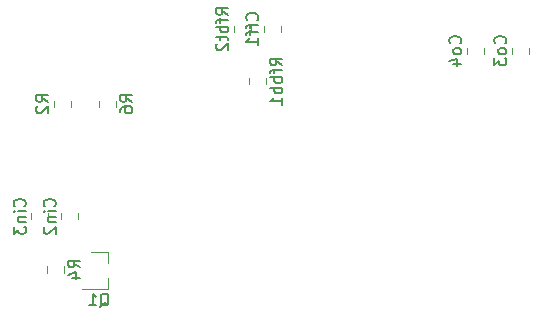
<source format=gbr>
G04 #@! TF.GenerationSoftware,KiCad,Pcbnew,5.1.4-e60b266~84~ubuntu18.04.1*
G04 #@! TF.CreationDate,2019-10-29T18:19:43-03:00*
G04 #@! TF.ProjectId,fonte_18V,666f6e74-655f-4313-9856-2e6b69636164,rev?*
G04 #@! TF.SameCoordinates,Original*
G04 #@! TF.FileFunction,Legend,Bot*
G04 #@! TF.FilePolarity,Positive*
%FSLAX46Y46*%
G04 Gerber Fmt 4.6, Leading zero omitted, Abs format (unit mm)*
G04 Created by KiCad (PCBNEW 5.1.4-e60b266~84~ubuntu18.04.1) date 2019-10-29 18:19:43*
%MOMM*%
%LPD*%
G04 APERTURE LIST*
%ADD10C,0.120000*%
%ADD11C,0.150000*%
G04 APERTURE END LIST*
D10*
X111090000Y-180011252D02*
X111090000Y-179488748D01*
X112510000Y-180011252D02*
X112510000Y-179488748D01*
X128345000Y-159123748D02*
X128345000Y-159646252D01*
X126925000Y-159123748D02*
X126925000Y-159646252D01*
X128195000Y-164091252D02*
X128195000Y-163568748D01*
X129615000Y-164091252D02*
X129615000Y-163568748D01*
X115495000Y-165996252D02*
X115495000Y-165473748D01*
X116915000Y-165996252D02*
X116915000Y-165473748D01*
X113105000Y-165473748D02*
X113105000Y-165996252D01*
X111685000Y-165473748D02*
X111685000Y-165996252D01*
X116260000Y-178270000D02*
X114800000Y-178270000D01*
X116260000Y-181430000D02*
X114100000Y-181430000D01*
X116260000Y-181430000D02*
X116260000Y-180500000D01*
X116260000Y-178270000D02*
X116260000Y-179200000D01*
X148075000Y-160978748D02*
X148075000Y-161501252D01*
X146655000Y-160978748D02*
X146655000Y-161501252D01*
X151885000Y-160978748D02*
X151885000Y-161501252D01*
X150465000Y-160978748D02*
X150465000Y-161501252D01*
X111200000Y-174998748D02*
X111200000Y-175521252D01*
X109780000Y-174998748D02*
X109780000Y-175521252D01*
X113740000Y-174998748D02*
X113740000Y-175521252D01*
X112320000Y-174998748D02*
X112320000Y-175521252D01*
X130885000Y-159123748D02*
X130885000Y-159646252D01*
X129465000Y-159123748D02*
X129465000Y-159646252D01*
D11*
X113902380Y-179583333D02*
X113426190Y-179250000D01*
X113902380Y-179011904D02*
X112902380Y-179011904D01*
X112902380Y-179392857D01*
X112950000Y-179488095D01*
X112997619Y-179535714D01*
X113092857Y-179583333D01*
X113235714Y-179583333D01*
X113330952Y-179535714D01*
X113378571Y-179488095D01*
X113426190Y-179392857D01*
X113426190Y-179011904D01*
X113235714Y-180440476D02*
X113902380Y-180440476D01*
X112854761Y-180202380D02*
X113569047Y-179964285D01*
X113569047Y-180583333D01*
X126437380Y-158194523D02*
X125961190Y-157861190D01*
X126437380Y-157623095D02*
X125437380Y-157623095D01*
X125437380Y-158004047D01*
X125485000Y-158099285D01*
X125532619Y-158146904D01*
X125627857Y-158194523D01*
X125770714Y-158194523D01*
X125865952Y-158146904D01*
X125913571Y-158099285D01*
X125961190Y-158004047D01*
X125961190Y-157623095D01*
X125770714Y-158480238D02*
X125770714Y-158861190D01*
X126437380Y-158623095D02*
X125580238Y-158623095D01*
X125485000Y-158670714D01*
X125437380Y-158765952D01*
X125437380Y-158861190D01*
X126437380Y-159194523D02*
X125437380Y-159194523D01*
X125818333Y-159194523D02*
X125770714Y-159289761D01*
X125770714Y-159480238D01*
X125818333Y-159575476D01*
X125865952Y-159623095D01*
X125961190Y-159670714D01*
X126246904Y-159670714D01*
X126342142Y-159623095D01*
X126389761Y-159575476D01*
X126437380Y-159480238D01*
X126437380Y-159289761D01*
X126389761Y-159194523D01*
X125770714Y-159956428D02*
X125770714Y-160337380D01*
X125437380Y-160099285D02*
X126294523Y-160099285D01*
X126389761Y-160146904D01*
X126437380Y-160242142D01*
X126437380Y-160337380D01*
X125532619Y-160623095D02*
X125485000Y-160670714D01*
X125437380Y-160765952D01*
X125437380Y-161004047D01*
X125485000Y-161099285D01*
X125532619Y-161146904D01*
X125627857Y-161194523D01*
X125723095Y-161194523D01*
X125865952Y-161146904D01*
X126437380Y-160575476D01*
X126437380Y-161194523D01*
X131007380Y-162472857D02*
X130531190Y-162139523D01*
X131007380Y-161901428D02*
X130007380Y-161901428D01*
X130007380Y-162282380D01*
X130055000Y-162377619D01*
X130102619Y-162425238D01*
X130197857Y-162472857D01*
X130340714Y-162472857D01*
X130435952Y-162425238D01*
X130483571Y-162377619D01*
X130531190Y-162282380D01*
X130531190Y-161901428D01*
X130340714Y-162758571D02*
X130340714Y-163139523D01*
X131007380Y-162901428D02*
X130150238Y-162901428D01*
X130055000Y-162949047D01*
X130007380Y-163044285D01*
X130007380Y-163139523D01*
X131007380Y-163472857D02*
X130007380Y-163472857D01*
X130388333Y-163472857D02*
X130340714Y-163568095D01*
X130340714Y-163758571D01*
X130388333Y-163853809D01*
X130435952Y-163901428D01*
X130531190Y-163949047D01*
X130816904Y-163949047D01*
X130912142Y-163901428D01*
X130959761Y-163853809D01*
X131007380Y-163758571D01*
X131007380Y-163568095D01*
X130959761Y-163472857D01*
X131007380Y-164377619D02*
X130007380Y-164377619D01*
X130388333Y-164377619D02*
X130340714Y-164472857D01*
X130340714Y-164663333D01*
X130388333Y-164758571D01*
X130435952Y-164806190D01*
X130531190Y-164853809D01*
X130816904Y-164853809D01*
X130912142Y-164806190D01*
X130959761Y-164758571D01*
X131007380Y-164663333D01*
X131007380Y-164472857D01*
X130959761Y-164377619D01*
X131007380Y-165806190D02*
X131007380Y-165234761D01*
X131007380Y-165520476D02*
X130007380Y-165520476D01*
X130150238Y-165425238D01*
X130245476Y-165330000D01*
X130293095Y-165234761D01*
X118307380Y-165568333D02*
X117831190Y-165235000D01*
X118307380Y-164996904D02*
X117307380Y-164996904D01*
X117307380Y-165377857D01*
X117355000Y-165473095D01*
X117402619Y-165520714D01*
X117497857Y-165568333D01*
X117640714Y-165568333D01*
X117735952Y-165520714D01*
X117783571Y-165473095D01*
X117831190Y-165377857D01*
X117831190Y-164996904D01*
X117307380Y-166425476D02*
X117307380Y-166235000D01*
X117355000Y-166139761D01*
X117402619Y-166092142D01*
X117545476Y-165996904D01*
X117735952Y-165949285D01*
X118116904Y-165949285D01*
X118212142Y-165996904D01*
X118259761Y-166044523D01*
X118307380Y-166139761D01*
X118307380Y-166330238D01*
X118259761Y-166425476D01*
X118212142Y-166473095D01*
X118116904Y-166520714D01*
X117878809Y-166520714D01*
X117783571Y-166473095D01*
X117735952Y-166425476D01*
X117688333Y-166330238D01*
X117688333Y-166139761D01*
X117735952Y-166044523D01*
X117783571Y-165996904D01*
X117878809Y-165949285D01*
X111197380Y-165568333D02*
X110721190Y-165235000D01*
X111197380Y-164996904D02*
X110197380Y-164996904D01*
X110197380Y-165377857D01*
X110245000Y-165473095D01*
X110292619Y-165520714D01*
X110387857Y-165568333D01*
X110530714Y-165568333D01*
X110625952Y-165520714D01*
X110673571Y-165473095D01*
X110721190Y-165377857D01*
X110721190Y-164996904D01*
X110292619Y-165949285D02*
X110245000Y-165996904D01*
X110197380Y-166092142D01*
X110197380Y-166330238D01*
X110245000Y-166425476D01*
X110292619Y-166473095D01*
X110387857Y-166520714D01*
X110483095Y-166520714D01*
X110625952Y-166473095D01*
X111197380Y-165901666D01*
X111197380Y-166520714D01*
X115595238Y-182897619D02*
X115690476Y-182850000D01*
X115785714Y-182754761D01*
X115928571Y-182611904D01*
X116023809Y-182564285D01*
X116119047Y-182564285D01*
X116071428Y-182802380D02*
X116166666Y-182754761D01*
X116261904Y-182659523D01*
X116309523Y-182469047D01*
X116309523Y-182135714D01*
X116261904Y-181945238D01*
X116166666Y-181850000D01*
X116071428Y-181802380D01*
X115880952Y-181802380D01*
X115785714Y-181850000D01*
X115690476Y-181945238D01*
X115642857Y-182135714D01*
X115642857Y-182469047D01*
X115690476Y-182659523D01*
X115785714Y-182754761D01*
X115880952Y-182802380D01*
X116071428Y-182802380D01*
X114690476Y-182802380D02*
X115261904Y-182802380D01*
X114976190Y-182802380D02*
X114976190Y-181802380D01*
X115071428Y-181945238D01*
X115166666Y-182040476D01*
X115261904Y-182088095D01*
X146072142Y-160620952D02*
X146119761Y-160573333D01*
X146167380Y-160430476D01*
X146167380Y-160335238D01*
X146119761Y-160192380D01*
X146024523Y-160097142D01*
X145929285Y-160049523D01*
X145738809Y-160001904D01*
X145595952Y-160001904D01*
X145405476Y-160049523D01*
X145310238Y-160097142D01*
X145215000Y-160192380D01*
X145167380Y-160335238D01*
X145167380Y-160430476D01*
X145215000Y-160573333D01*
X145262619Y-160620952D01*
X146167380Y-161192380D02*
X146119761Y-161097142D01*
X146072142Y-161049523D01*
X145976904Y-161001904D01*
X145691190Y-161001904D01*
X145595952Y-161049523D01*
X145548333Y-161097142D01*
X145500714Y-161192380D01*
X145500714Y-161335238D01*
X145548333Y-161430476D01*
X145595952Y-161478095D01*
X145691190Y-161525714D01*
X145976904Y-161525714D01*
X146072142Y-161478095D01*
X146119761Y-161430476D01*
X146167380Y-161335238D01*
X146167380Y-161192380D01*
X145500714Y-162382857D02*
X146167380Y-162382857D01*
X145119761Y-162144761D02*
X145834047Y-161906666D01*
X145834047Y-162525714D01*
X149882142Y-160620952D02*
X149929761Y-160573333D01*
X149977380Y-160430476D01*
X149977380Y-160335238D01*
X149929761Y-160192380D01*
X149834523Y-160097142D01*
X149739285Y-160049523D01*
X149548809Y-160001904D01*
X149405952Y-160001904D01*
X149215476Y-160049523D01*
X149120238Y-160097142D01*
X149025000Y-160192380D01*
X148977380Y-160335238D01*
X148977380Y-160430476D01*
X149025000Y-160573333D01*
X149072619Y-160620952D01*
X149977380Y-161192380D02*
X149929761Y-161097142D01*
X149882142Y-161049523D01*
X149786904Y-161001904D01*
X149501190Y-161001904D01*
X149405952Y-161049523D01*
X149358333Y-161097142D01*
X149310714Y-161192380D01*
X149310714Y-161335238D01*
X149358333Y-161430476D01*
X149405952Y-161478095D01*
X149501190Y-161525714D01*
X149786904Y-161525714D01*
X149882142Y-161478095D01*
X149929761Y-161430476D01*
X149977380Y-161335238D01*
X149977380Y-161192380D01*
X148977380Y-161859047D02*
X148977380Y-162478095D01*
X149358333Y-162144761D01*
X149358333Y-162287619D01*
X149405952Y-162382857D01*
X149453571Y-162430476D01*
X149548809Y-162478095D01*
X149786904Y-162478095D01*
X149882142Y-162430476D01*
X149929761Y-162382857D01*
X149977380Y-162287619D01*
X149977380Y-162001904D01*
X149929761Y-161906666D01*
X149882142Y-161859047D01*
X109197142Y-174402857D02*
X109244761Y-174355238D01*
X109292380Y-174212380D01*
X109292380Y-174117142D01*
X109244761Y-173974285D01*
X109149523Y-173879047D01*
X109054285Y-173831428D01*
X108863809Y-173783809D01*
X108720952Y-173783809D01*
X108530476Y-173831428D01*
X108435238Y-173879047D01*
X108340000Y-173974285D01*
X108292380Y-174117142D01*
X108292380Y-174212380D01*
X108340000Y-174355238D01*
X108387619Y-174402857D01*
X109292380Y-174831428D02*
X108625714Y-174831428D01*
X108292380Y-174831428D02*
X108340000Y-174783809D01*
X108387619Y-174831428D01*
X108340000Y-174879047D01*
X108292380Y-174831428D01*
X108387619Y-174831428D01*
X108625714Y-175307619D02*
X109292380Y-175307619D01*
X108720952Y-175307619D02*
X108673333Y-175355238D01*
X108625714Y-175450476D01*
X108625714Y-175593333D01*
X108673333Y-175688571D01*
X108768571Y-175736190D01*
X109292380Y-175736190D01*
X108292380Y-176117142D02*
X108292380Y-176736190D01*
X108673333Y-176402857D01*
X108673333Y-176545714D01*
X108720952Y-176640952D01*
X108768571Y-176688571D01*
X108863809Y-176736190D01*
X109101904Y-176736190D01*
X109197142Y-176688571D01*
X109244761Y-176640952D01*
X109292380Y-176545714D01*
X109292380Y-176260000D01*
X109244761Y-176164761D01*
X109197142Y-176117142D01*
X111737142Y-174402857D02*
X111784761Y-174355238D01*
X111832380Y-174212380D01*
X111832380Y-174117142D01*
X111784761Y-173974285D01*
X111689523Y-173879047D01*
X111594285Y-173831428D01*
X111403809Y-173783809D01*
X111260952Y-173783809D01*
X111070476Y-173831428D01*
X110975238Y-173879047D01*
X110880000Y-173974285D01*
X110832380Y-174117142D01*
X110832380Y-174212380D01*
X110880000Y-174355238D01*
X110927619Y-174402857D01*
X111832380Y-174831428D02*
X111165714Y-174831428D01*
X110832380Y-174831428D02*
X110880000Y-174783809D01*
X110927619Y-174831428D01*
X110880000Y-174879047D01*
X110832380Y-174831428D01*
X110927619Y-174831428D01*
X111165714Y-175307619D02*
X111832380Y-175307619D01*
X111260952Y-175307619D02*
X111213333Y-175355238D01*
X111165714Y-175450476D01*
X111165714Y-175593333D01*
X111213333Y-175688571D01*
X111308571Y-175736190D01*
X111832380Y-175736190D01*
X110927619Y-176164761D02*
X110880000Y-176212380D01*
X110832380Y-176307619D01*
X110832380Y-176545714D01*
X110880000Y-176640952D01*
X110927619Y-176688571D01*
X111022857Y-176736190D01*
X111118095Y-176736190D01*
X111260952Y-176688571D01*
X111832380Y-176117142D01*
X111832380Y-176736190D01*
X128882142Y-158646904D02*
X128929761Y-158599285D01*
X128977380Y-158456428D01*
X128977380Y-158361190D01*
X128929761Y-158218333D01*
X128834523Y-158123095D01*
X128739285Y-158075476D01*
X128548809Y-158027857D01*
X128405952Y-158027857D01*
X128215476Y-158075476D01*
X128120238Y-158123095D01*
X128025000Y-158218333D01*
X127977380Y-158361190D01*
X127977380Y-158456428D01*
X128025000Y-158599285D01*
X128072619Y-158646904D01*
X128310714Y-158932619D02*
X128310714Y-159313571D01*
X128977380Y-159075476D02*
X128120238Y-159075476D01*
X128025000Y-159123095D01*
X127977380Y-159218333D01*
X127977380Y-159313571D01*
X128310714Y-159504047D02*
X128310714Y-159885000D01*
X128977380Y-159646904D02*
X128120238Y-159646904D01*
X128025000Y-159694523D01*
X127977380Y-159789761D01*
X127977380Y-159885000D01*
X128977380Y-160742142D02*
X128977380Y-160170714D01*
X128977380Y-160456428D02*
X127977380Y-160456428D01*
X128120238Y-160361190D01*
X128215476Y-160265952D01*
X128263095Y-160170714D01*
M02*

</source>
